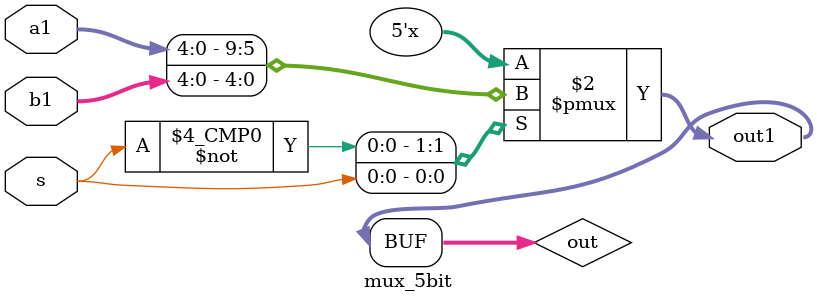
<source format=v>
`timescale 1ns / 1ps
module mux_2_to_1(
    input [31:0] a1,
    input [31:0] b1,
    input s1,
    output [31:0] o1
    );
	 
reg [31:0] o;	 
	 
assign o1=o;

always @(a1,b1,s1)
begin
	case(s1)
	0:     o<=a1;
	1:     o<=b1;
	default:o<=32'hxxxxxxxx;
	endcase
end

endmodule

module mux_5bit(
    input [4:0] a1,
    input [4:0] b1,
    output [4:0] out1,
    input s
    );

	 
reg [4:0] out;		 
assign out1=out;

always @(a1,b1,s)
begin
	case(s)
	0:     out<=a1;
	1:     out<=b1;
	default:out<=5'h00000;
	endcase
end
endmodule


</source>
